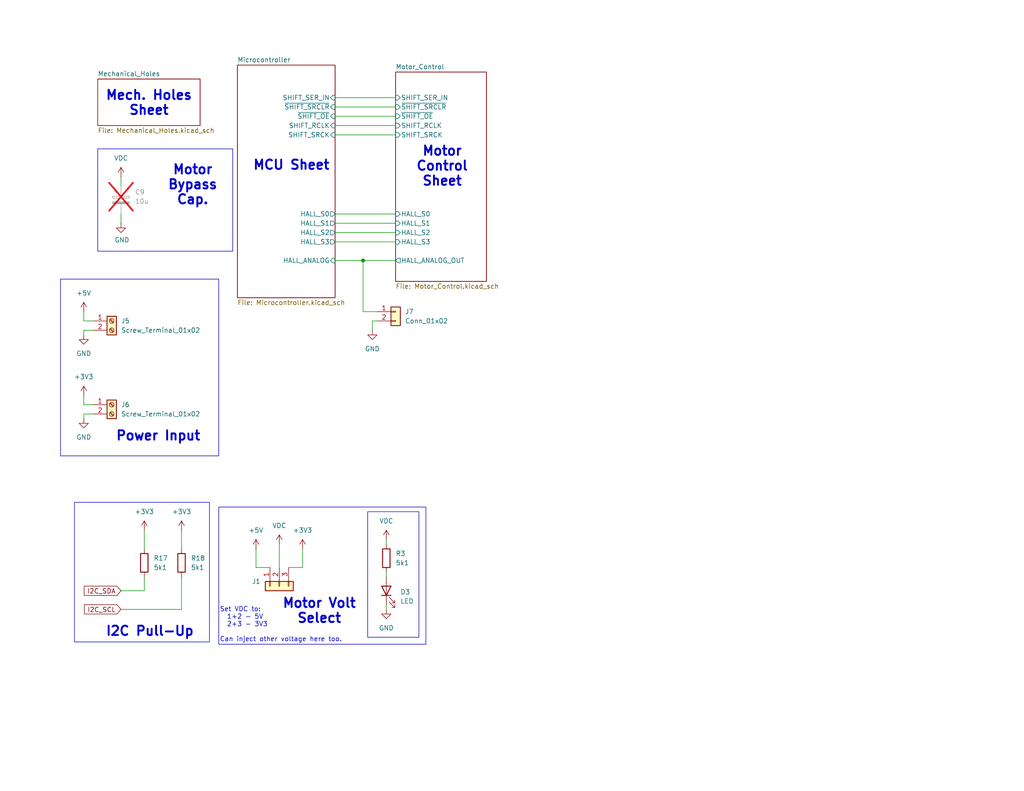
<source format=kicad_sch>
(kicad_sch (version 20231120) (generator "eeschema") (generator_version "8.0")
  (paper "USLetter")
  (title_block (title "Braille Cam Rod Prototype (Type 4)") (date "2025-02-03") (rev "Rev 2"))
  (lib_symbols
    (symbol "Connector:Screw_Terminal_01x02" (pin_names (offset 1.016) hide)
      (property "Reference" "J" (at 0 2.54 0))
      (property "Value" "Screw_Terminal_01x02" (at 0 -5.08 0))
      (symbol "Screw_Terminal_01x02_1_1"
        (rectangle (start -1.27 1.27) (end 1.27 -3.81) (stroke (width 0.254)) (fill (type background)))
        (circle (center 0 -2.54) (radius 0.635) (stroke (width 0.1524)))
        (polyline (pts (xy -0.5334 -2.2098) (xy 0.3302 -3.048)) (stroke (width 0.1524)))
        (polyline (pts (xy -0.5334 0.3302) (xy 0.3302 -0.508)) (stroke (width 0.1524)))
        (polyline (pts (xy -0.3556 -2.032) (xy 0.508 -2.8702)) (stroke (width 0.1524)))
        (polyline (pts (xy -0.3556 0.508) (xy 0.508 -0.3302)) (stroke (width 0.1524)))
        (circle (center 0 0) (radius 0.635) (stroke (width 0.1524)))
        (pin passive line (at -5.08 0 0) (length 3.81) (name "Pin_1") (number "1"))
        (pin passive line (at -5.08 -2.54 0) (length 3.81) (name "Pin_2") (number "2"))
      )
    )
    (symbol "Connector_Generic:Conn_01x02" (pin_names (offset 1.016) hide)
      (property "Reference" "J" (at 0 2.54 0))
      (property "Value" "Conn_01x02" (at 0 -5.08 0))
      (symbol "Conn_01x02_1_1"
        (rectangle (start -1.27 -2.413) (end 0 -2.667) (stroke (width 0.1524)))
        (rectangle (start -1.27 0.127) (end 0 -0.127) (stroke (width 0.1524)))
        (rectangle (start -1.27 1.27) (end 1.27 -3.81) (stroke (width 0.254)) (fill (type background)))
        (pin passive line (at -5.08 0 0) (length 3.81) (name "Pin_1") (number "1"))
        (pin passive line (at -5.08 -2.54 0) (length 3.81) (name "Pin_2") (number "2"))
      )
    )
    (symbol "Connector_Generic:Conn_01x03" (pin_names (offset 1.016) hide)
      (property "Reference" "J" (at 0 5.08 0))
      (property "Value" "Conn_01x03" (at 0 -5.08 0))
      (symbol "Conn_01x03_1_1"
        (rectangle (start -1.27 -2.413) (end 0 -2.667) (stroke (width 0.1524)))
        (rectangle (start -1.27 0.127) (end 0 -0.127) (stroke (width 0.1524)))
        (rectangle (start -1.27 2.667) (end 0 2.413) (stroke (width 0.1524)))
        (rectangle (start -1.27 3.81) (end 1.27 -3.81) (stroke (width 0.254)) (fill (type background)))
        (pin passive line (at -5.08 2.54 0) (length 3.81) (name "Pin_1") (number "1"))
        (pin passive line (at -5.08 0 0) (length 3.81) (name "Pin_2") (number "2"))
        (pin passive line (at -5.08 -2.54 0) (length 3.81) (name "Pin_3") (number "3"))
      )
    )
    (symbol "Device:C_Polarized" (pin_numbers hide) (pin_names (offset 0.254))
      (property "Reference" "C" (at 0.635 2.54 0))
      (property "Value" "C_Polarized" (at 0.635 -2.54 0))
      (symbol "C_Polarized_0_1"
        (rectangle (start -2.286 0.508) (end 2.286 1.016))
        (polyline (pts (xy -1.778 2.286) (xy -0.762 2.286)))
        (polyline (pts (xy -1.27 2.794) (xy -1.27 1.778)))
        (rectangle (start 2.286 -0.508) (end -2.286 -1.016) (fill (type outline)))
      )
      (symbol "C_Polarized_1_1"
        (pin passive line (at 0 3.81 270) (length 2.794) (name "~") (number "1"))
        (pin passive line (at 0 -3.81 90) (length 2.794) (name "~") (number "2"))
      )
    )
    (symbol "Device:LED" (pin_numbers hide) (pin_names (offset 1.016) hide)
      (property "Reference" "D" (at 0 2.54 0))
      (property "Value" "LED" (at 0 -2.54 0))
      (symbol "LED_0_1"
        (polyline (pts (xy -1.27 -1.27) (xy -1.27 1.27)) (stroke (width 0.254)))
        (polyline (pts (xy -1.27 0) (xy 1.27 0)))
        (polyline (pts (xy 1.27 -1.27) (xy 1.27 1.27) (xy -1.27 0) (xy 1.27 -1.27)) (stroke (width 0.254)))
        (polyline (pts (xy -3.048 -0.762) (xy -4.572 -2.286) (xy -3.81 -2.286) (xy -4.572 -2.286) (xy -4.572 -1.524)))
        (polyline (pts (xy -1.778 -0.762) (xy -3.302 -2.286) (xy -2.54 -2.286) (xy -3.302 -2.286) (xy -3.302 -1.524)))
      )
      (symbol "LED_1_1"
        (pin passive line (at -3.81 0 0) (length 2.54) (name "K") (number "1"))
        (pin passive line (at 3.81 0 180) (length 2.54) (name "A") (number "2"))
      )
    )
    (symbol "Device:R" (pin_numbers hide) (pin_names (offset 0))
      (property "Reference" "R" (at 2.032 0 90))
      (property "Value" "R" (at 0 0 90))
      (symbol "R_0_1"
        (rectangle (start -1.016 -2.54) (end 1.016 2.54) (stroke (width 0.254)))
      )
      (symbol "R_1_1"
        (pin passive line (at 0 3.81 270) (length 1.27) (name "~") (number "1"))
        (pin passive line (at 0 -3.81 90) (length 1.27) (name "~") (number "2"))
      )
    )
    (symbol "power:+3V3" (power) (pin_numbers hide) (pin_names (offset 0) hide)
      (property "Value" "+3V3" (at 0 3.556 0))
      (symbol "+3V3_0_1"
        (polyline (pts (xy -0.762 1.27) (xy 0 2.54)))
        (polyline (pts (xy 0 0) (xy 0 2.54)))
        (polyline (pts (xy 0 2.54) (xy 0.762 1.27)))
      )
      (symbol "+3V3_1_1"
        (pin power_in line (at 0 0 90) (length 0) (name "~") (number "1"))
      )
    )
    (symbol "power:+5V" (power) (pin_numbers hide) (pin_names (offset 0) hide)
      (property "Value" "+5V" (at 0 3.556 0))
      (symbol "+5V_0_1"
        (polyline (pts (xy -0.762 1.27) (xy 0 2.54)))
        (polyline (pts (xy 0 0) (xy 0 2.54)))
        (polyline (pts (xy 0 2.54) (xy 0.762 1.27)))
      )
      (symbol "+5V_1_1"
        (pin power_in line (at 0 0 90) (length 0) (name "~") (number "1"))
      )
    )
    (symbol "power:GND" (power) (pin_numbers hide) (pin_names (offset 0) hide)
      (property "Value" "GND" (at 0 -3.81 0))
      (symbol "GND_0_1"
        (polyline (pts (xy 0 0) (xy 0 -1.27) (xy 1.27 -1.27) (xy 0 -2.54) (xy -1.27 -1.27) (xy 0 -1.27)))
      )
      (symbol "GND_1_1"
        (pin power_in line (at 0 0 270) (length 0) (name "~") (number "1"))
      )
    )
    (symbol "power:VDC" (power) (pin_numbers hide) (pin_names (offset 0) hide)
      (property "Value" "VDC" (at 0 3.556 0))
      (symbol "VDC_0_1"
        (polyline (pts (xy -0.762 1.27) (xy 0 2.54)))
        (polyline (pts (xy 0 0) (xy 0 2.54)))
        (polyline (pts (xy 0 2.54) (xy 0.762 1.27)))
      )
      (symbol "VDC_1_1"
        (pin power_in line (at 0 0 90) (length 0) (name "~") (number "1"))
      )
    )
  )
  (junction (at 99.06 71.12))
  (wire (pts (xy 22.86 91.44) (xy 22.86 90.17)))
  (wire (pts (xy 33.02 161.29) (xy 39.37 161.29)))
  (wire (pts (xy 91.44 58.42) (xy 107.95 58.42)))
  (wire (pts (xy 49.53 144.78) (xy 49.53 149.86)))
  (wire (pts (xy 91.44 71.12) (xy 99.06 71.12)))
  (wire (pts (xy 99.06 85.09) (xy 99.06 71.12)))
  (wire (pts (xy 33.02 166.37) (xy 49.53 166.37)))
  (wire (pts (xy 22.86 114.3) (xy 22.86 113.03)))
  (wire (pts (xy 105.41 165.1) (xy 105.41 166.37)))
  (wire (pts (xy 22.86 107.95) (xy 22.86 110.49)))
  (wire (pts (xy 91.44 63.5) (xy 107.95 63.5)))
  (wire (pts (xy 105.41 157.48) (xy 105.41 156.21)))
  (wire (pts (xy 49.53 166.37) (xy 49.53 157.48)))
  (wire (pts (xy 91.44 60.96) (xy 107.95 60.96)))
  (wire (pts (xy 69.85 149.86) (xy 69.85 154.94)))
  (wire (pts (xy 101.6 87.63) (xy 102.87 87.63)))
  (wire (pts (xy 22.86 85.09) (xy 22.86 87.63)))
  (wire (pts (xy 91.44 36.83) (xy 107.95 36.83)))
  (wire (pts (xy 91.44 66.04) (xy 107.95 66.04)))
  (wire (pts (xy 82.55 149.86) (xy 82.55 154.94)))
  (wire (pts (xy 22.86 90.17) (xy 25.4 90.17)))
  (wire (pts (xy 91.44 34.29) (xy 107.95 34.29)))
  (wire (pts (xy 69.85 154.94) (xy 73.66 154.94)))
  (wire (pts (xy 82.55 154.94) (xy 78.74 154.94)))
  (wire (pts (xy 39.37 161.29) (xy 39.37 157.48)))
  (wire (pts (xy 76.2 148.59) (xy 76.2 154.94)))
  (wire (pts (xy 91.44 31.75) (xy 107.95 31.75)))
  (wire (pts (xy 102.87 85.09) (xy 99.06 85.09)))
  (wire (pts (xy 33.02 58.42) (xy 33.02 60.96)))
  (wire (pts (xy 22.86 110.49) (xy 25.4 110.49)))
  (wire (pts (xy 105.41 148.59) (xy 105.41 147.32)))
  (wire (pts (xy 22.86 87.63) (xy 25.4 87.63)))
  (wire (pts (xy 99.06 71.12) (xy 107.95 71.12)))
  (wire (pts (xy 39.37 144.78) (xy 39.37 149.86)))
  (wire (pts (xy 91.44 29.21) (xy 107.95 29.21)))
  (wire (pts (xy 91.44 26.67) (xy 107.95 26.67)))
  (wire (pts (xy 101.6 90.17) (xy 101.6 87.63)))
  (wire (pts (xy 22.86 113.03) (xy 25.4 113.03)))
  (wire (pts (xy 33.02 48.26) (xy 33.02 50.8)))
  (rectangle (start 100.33 139.7) (end 114.3 173.99))
  (rectangle (start 59.69 138.43) (end 116.205 175.895))
  (rectangle (start 16.51 76.2) (end 59.69 124.46))
  (rectangle (start 20.32 137.16) (end 57.15 175.26))
  (rectangle (start 26.67 40.64) (end 63.5 68.58))
  (text "Motor Volt\nSelect" (at 87.122 166.878 0) (effects (font (size 2.54 2.54) (thickness 0.508) (bold yes))))
  (text "Motor\nBypass\nCap." (at 52.578 50.546 0) (effects (font (size 2.54 2.54) (thickness 0.508) (bold yes))))
  (text "Mech. Holes\nSheet" (at 40.64 28.194 0) (effects (font (size 2.54 2.54) (thickness 0.508) (bold yes))))
  (text "I2C Pull-Up" (at 40.894 172.466 0) (effects (font (size 2.54 2.54) (thickness 0.508) (bold yes))))
  (text "Set VDC to:\n  1+2 - 5V\n  2+3 - 3V3\n\nCan inject other voltage here too." (at 59.944 170.561 0) (effects (font (size 1.27 1.27)) (justify left)))
  (text "MCU Sheet" (at 79.502 45.212 0) (effects (font (size 2.54 2.54) (thickness 0.508) (bold yes))))
  (text "Power Input" (at 43.18 119.126 0) (effects (font (size 2.54 2.54) (thickness 0.508) (bold yes))))
  (text "Motor\nControl\nSheet" (at 120.65 45.466 0) (effects (font (size 2.54 2.54) (thickness 0.508) (bold yes))))
  (global_label "I2C_SCL" (shape input) (at 33.02 166.37 180) (property "Intersheetrefs" "${INTERSHEET_REFS}" (effects (hide yes))))
  (global_label "I2C_SDA" (shape input) (at 33.02 161.29 180) (property "Intersheetrefs" "${INTERSHEET_REFS}" (effects (hide yes))))
  (symbol (lib_id "power:+5V") (at 22.86 85.09 0) (mirror y) (unit 1)
    (property "Reference" "#PWR020" (effects (hide yes)))
    (property "Value" "+5V" (at 22.86 80.01 0))
    (property "Description" "Power symbol creates a global label with name \"+5V\"" (effects (hide yes)))
  )
  (symbol (lib_id "power:GND") (at 105.41 166.37 0) (unit 1)
    (property "Reference" "#PWR017" (effects (hide yes)))
    (property "Value" "GND" (at 105.41 171.45 0))
    (property "Description" "Power symbol creates a global label with name \"GND\" , ground" (effects (hide yes)))
  )
  (symbol (lib_id "power:VDC") (at 105.41 147.32 0) (unit 1)
    (property "Reference" "#PWR016" (effects (hide yes)))
    (property "Value" "VDC" (at 105.41 142.24 0))
    (property "Description" "Power symbol creates a global label with name \"VDC\"" (effects (hide yes)))
  )
  (symbol (lib_id "power:GND") (at 22.86 114.3 0) (unit 1)
    (property "Reference" "#PWR024" (effects (hide yes)))
    (property "Value" "GND" (at 22.86 119.38 0))
    (property "Description" "Power symbol creates a global label with name \"GND\" , ground" (effects (hide yes)))
  )
  (symbol (lib_id "Connector_Generic:Conn_01x03") (at 76.2 160.02 90) (mirror x) (unit 1)
    (property "Reference" "J1" (at 71.12 158.7499 90) (effects (justify left)))
    (property "Value" "Conn_01x03" (effects (hide yes)))
    (property "Footprint" "Connector_PinHeader_2.54mm:PinHeader_1x03_P2.54mm_Vertical" (effects (hide yes)))
    (property "Description" "Generic connector, single row, 01x03, script generated (kicad-library-utils/schlib/autogen/connector/)" (effects (hide yes)))
  )
  (symbol (lib_id "power:+5V") (at 69.85 149.86 0) (mirror y) (unit 1)
    (property "Reference" "#PWR019" (effects (hide yes)))
    (property "Value" "+5V" (at 69.85 144.78 0))
    (property "Description" "Power symbol creates a global label with name \"+5V\"" (effects (hide yes)))
  )
  (symbol (lib_id "power:+3V3") (at 22.86 107.95 0) (unit 1)
    (property "Reference" "#PWR023" (effects (hide yes)))
    (property "Value" "+3V3" (at 22.86 102.87 0))
    (property "Description" "Power symbol creates a global label with name \"+3V3\"" (effects (hide yes)))
  )
  (symbol (lib_id "Connector:Screw_Terminal_01x02") (at 30.48 87.63 0) (unit 1)
    (property "Reference" "J5" (at 33.02 87.6299 0) (effects (justify left)))
    (property "Value" "Screw_Terminal_01x02" (at 33.02 90.1699 0) (effects (justify left)))
    (property "Footprint" "TerminalBlock:TerminalBlock_bornier-2_P5.08mm" (effects (hide yes)))
    (property "Description" "Generic screw terminal, single row, 01x02, script generated (kicad-library-utils/schlib/autogen/connector/)" (effects (hide yes)))
  )
  (symbol (lib_id "Device:R") (at 49.53 153.67 0) (unit 1)
    (property "Reference" "R18" (at 52.07 152.3999 0) (effects (justify left)))
    (property "Value" "5k1" (at 52.07 154.9399 0) (effects (justify left)))
    (property "Footprint" "Resistor_SMD:R_0603_1608Metric_Pad0.98x0.95mm_HandSolder" (effects (hide yes)))
    (property "Description" "Resistor" (effects (hide yes)))
  )
  (symbol (lib_id "Device:R") (at 105.41 152.4 0) (unit 1)
    (property "Reference" "R3" (at 107.95 151.1299 0) (effects (justify left)))
    (property "Value" "5k1" (at 107.95 153.6699 0) (effects (justify left)))
    (property "Footprint" "Resistor_SMD:R_0603_1608Metric_Pad0.98x0.95mm_HandSolder" (effects (hide yes)))
    (property "Description" "Resistor" (effects (hide yes)))
  )
  (symbol (lib_id "Device:C_Polarized") (at 33.02 54.61 0) (unit 1) (dnp yes)
    (property "Reference" "C9" (at 36.83 52.4509 0) (effects (justify left)))
    (property "Value" "10u" (at 36.83 54.9909 0) (effects (justify left)))
    (property "Footprint" "Capacitor_THT:CP_Radial_D6.3mm_P2.50mm" (effects (hide yes)))
    (property "Description" "Polarized capacitor" (effects (hide yes)))
  )
  (symbol (lib_id "power:+3V3") (at 82.55 149.86 0) (unit 1)
    (property "Reference" "#PWR01" (effects (hide yes)))
    (property "Value" "+3V3" (at 82.55 144.78 0))
    (property "Description" "Power symbol creates a global label with name \"+3V3\"" (effects (hide yes)))
  )
  (symbol (lib_id "power:VDC") (at 33.02 48.26 0) (unit 1)
    (property "Reference" "#PWR055" (effects (hide yes)))
    (property "Value" "VDC" (at 33.02 43.18 0))
    (property "Description" "Power symbol creates a global label with name \"VDC\"" (effects (hide yes)))
  )
  (symbol (lib_id "power:VDC") (at 76.2 148.59 0) (unit 1)
    (property "Reference" "#PWR025" (effects (hide yes)))
    (property "Value" "VDC" (at 76.2 143.51 0))
    (property "Description" "Power symbol creates a global label with name \"VDC\"" (effects (hide yes)))
  )
  (symbol (lib_id "Connector_Generic:Conn_01x02") (at 107.95 85.09 0) (unit 1)
    (property "Reference" "J7" (at 110.49 85.0899 0) (effects (justify left)))
    (property "Value" "Conn_01x02" (at 110.49 87.6299 0) (effects (justify left)))
    (property "Footprint" "Connector_PinHeader_2.54mm:PinHeader_1x02_P2.54mm_Vertical" (effects (hide yes)))
    (property "Description" "Generic connector, single row, 01x02, script generated (kicad-library-utils/schlib/autogen/connector/)" (effects (hide yes)))
  )
  (symbol (lib_id "power:GND") (at 33.02 60.96 0) (unit 1)
    (property "Reference" "#PWR056" (effects (hide yes)))
    (property "Value" "GND" (at 33.274 65.532 0))
    (property "Description" "Power symbol creates a global label with name \"GND\" , ground" (effects (hide yes)))
  )
  (symbol (lib_id "Connector:Screw_Terminal_01x02") (at 30.48 110.49 0) (unit 1)
    (property "Reference" "J6" (at 33.02 110.4899 0) (effects (justify left)))
    (property "Value" "Screw_Terminal_01x02" (at 33.02 113.0299 0) (effects (justify left)))
    (property "Footprint" "TerminalBlock:TerminalBlock_bornier-2_P5.08mm" (effects (hide yes)))
    (property "Description" "Generic screw terminal, single row, 01x02, script generated (kicad-library-utils/schlib/autogen/connector/)" (effects (hide yes)))
  )
  (symbol (lib_id "power:+3V3") (at 49.53 144.78 0) (unit 1)
    (property "Reference" "#PWR054" (effects (hide yes)))
    (property "Value" "+3V3" (at 49.53 139.7 0))
    (property "Description" "Power symbol creates a global label with name \"+3V3\"" (effects (hide yes)))
  )
  (symbol (lib_id "power:GND") (at 22.86 91.44 0) (unit 1)
    (property "Reference" "#PWR022" (effects (hide yes)))
    (property "Value" "GND" (at 22.86 96.52 0))
    (property "Description" "Power symbol creates a global label with name \"GND\" , ground" (effects (hide yes)))
  )
  (symbol (lib_id "Device:LED") (at 105.41 161.29 90) (unit 1)
    (property "Reference" "D3" (at 109.22 161.6074 90) (effects (justify right)))
    (property "Value" "LED" (at 109.22 164.1474 90) (effects (justify right)))
    (property "Footprint" "LED_SMD:LED_0603_1608Metric_Pad1.05x0.95mm_HandSolder" (effects (hide yes)))
    (property "Description" "Light emitting diode" (effects (hide yes)))
  )
  (symbol (lib_id "power:+3V3") (at 39.37 144.78 0) (unit 1)
    (property "Reference" "#PWR053" (effects (hide yes)))
    (property "Value" "+3V3" (at 39.37 139.7 0))
    (property "Description" "Power symbol creates a global label with name \"+3V3\"" (effects (hide yes)))
  )
  (symbol (lib_id "Device:R") (at 39.37 153.67 0) (unit 1)
    (property "Reference" "R17" (at 41.91 152.3999 0) (effects (justify left)))
    (property "Value" "5k1" (at 41.91 154.9399 0) (effects (justify left)))
    (property "Footprint" "Resistor_SMD:R_0603_1608Metric_Pad0.98x0.95mm_HandSolder" (effects (hide yes)))
    (property "Description" "Resistor" (effects (hide yes)))
  )
  (symbol (lib_id "power:GND") (at 101.6 90.17 0) (unit 1)
    (property "Reference" "#PWR0171" (effects (hide yes)))
    (property "Value" "GND" (at 101.6 95.25 0))
    (property "Description" "Power symbol creates a global label with name \"GND\" , ground" (effects (hide yes)))
  )
  (sheet (at 107.95 19.685) (size 24.765 57.15) (stroke (width 0.1524))
    (property "Sheetname" "Motor_Control" (at 107.95 18.9734 0) (effects (justify left bottom)))
    (property "Sheetfile" "Motor_Control.kicad_sch" (at 107.95 77.4196 0) (effects (justify left top)))
    (pin "SHIFT_SER_IN" input (at 107.95 26.67 180))
    (pin "~{SHIFT_SRCLR}" input (at 107.95 29.21 180))
    (pin "SHIFT_SRCK" input (at 107.95 36.83 180))
    (pin "SHIFT_RCLK" input (at 107.95 34.29 180))
    (pin "~{SHIFT_OE}" input (at 107.95 31.75 180))
    (pin "HALL_S1" input (at 107.95 60.96 180))
    (pin "HALL_S2" input (at 107.95 63.5 180))
    (pin "HALL_S3" input (at 107.95 66.04 180))
    (pin "HALL_ANALOG_OUT" output (at 107.95 71.12 180))
    (pin "HALL_S0" input (at 107.95 58.42 180))
  )
  (sheet (at 26.67 21.59) (size 27.94 12.7) (stroke (width 0.1524))
    (property "Sheetname" "Mechanical_Holes" (at 26.67 20.8784 0) (effects (justify left bottom)))
    (property "Sheetfile" "Mechanical_Holes.kicad_sch" (at 26.67 34.8746 0) (effects (justify left top)))
  )
  (sheet (at 64.77 17.78) (size 26.67 63.5) (stroke (width 0.1524))
    (property "Sheetname" "Microcontroller" (at 64.77 17.0684 0) (effects (justify left bottom)))
    (property "Sheetfile" "Microcontroller.kicad_sch" (at 64.77 81.8646 0) (effects (justify left top)))
    (pin "SHIFT_SER_IN" input (at 91.44 26.67 0))
    (pin "~{SHIFT_SRCLR}" input (at 91.44 29.21 0))
    (pin "~{SHIFT_OE}" input (at 91.44 31.75 0))
    (pin "SHIFT_RCLK" input (at 91.44 34.29 0))
    (pin "SHIFT_SRCK" input (at 91.44 36.83 0))
    (pin "HALL_S1" output (at 91.44 60.96 0))
    (pin "HALL_S2" output (at 91.44 63.5 0))
    (pin "HALL_S3" output (at 91.44 66.04 0))
    (pin "HALL_S0" output (at 91.44 58.42 0))
    (pin "HALL_ANALOG" input (at 91.44 71.12 0))
  )
)
</source>
